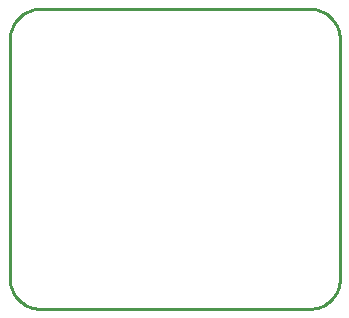
<source format=gbr>
G04 EAGLE Gerber RS-274X export*
G75*
%MOMM*%
%FSLAX34Y34*%
%LPD*%
%IN*%
%IPPOS*%
%AMOC8*
5,1,8,0,0,1.08239X$1,22.5*%
G01*
%ADD10C,0.254000*%


D10*
X0Y25400D02*
X97Y23186D01*
X386Y20989D01*
X865Y18826D01*
X1532Y16713D01*
X2380Y14666D01*
X3403Y12700D01*
X4594Y10831D01*
X5942Y9073D01*
X7440Y7440D01*
X9073Y5942D01*
X10831Y4594D01*
X12700Y3403D01*
X14666Y2380D01*
X16713Y1532D01*
X18826Y865D01*
X20989Y386D01*
X23186Y97D01*
X25400Y0D01*
X254000Y0D01*
X256214Y97D01*
X258411Y386D01*
X260574Y865D01*
X262687Y1532D01*
X264735Y2380D01*
X266700Y3403D01*
X268569Y4594D01*
X270327Y5942D01*
X271961Y7440D01*
X273458Y9073D01*
X274806Y10831D01*
X275997Y12700D01*
X277020Y14666D01*
X277868Y16713D01*
X278535Y18826D01*
X279014Y20989D01*
X279303Y23186D01*
X279400Y25400D01*
X279400Y228600D01*
X279303Y230814D01*
X279014Y233011D01*
X278535Y235174D01*
X277868Y237287D01*
X277020Y239335D01*
X275997Y241300D01*
X274806Y243169D01*
X273458Y244927D01*
X271961Y246561D01*
X270327Y248058D01*
X268569Y249406D01*
X266700Y250597D01*
X264735Y251620D01*
X262687Y252468D01*
X260574Y253135D01*
X258411Y253614D01*
X256214Y253903D01*
X254000Y254000D01*
X25400Y254000D01*
X23186Y253903D01*
X20989Y253614D01*
X18826Y253135D01*
X16713Y252468D01*
X14666Y251620D01*
X12700Y250597D01*
X10831Y249406D01*
X9073Y248058D01*
X7440Y246561D01*
X5942Y244927D01*
X4594Y243169D01*
X3403Y241300D01*
X2380Y239335D01*
X1532Y237287D01*
X865Y235174D01*
X386Y233011D01*
X97Y230814D01*
X0Y228600D01*
X0Y25400D01*
M02*

</source>
